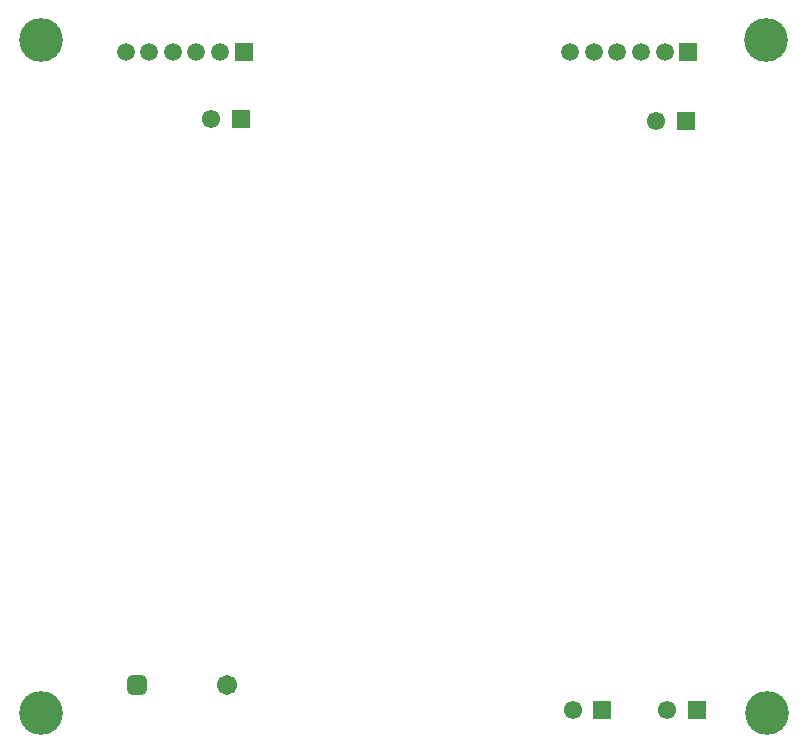
<source format=gbs>
G04*
G04 #@! TF.GenerationSoftware,Altium Limited,Altium Designer,22.9.1 (49)*
G04*
G04 Layer_Color=16711935*
%FSTAX24Y24*%
%MOIN*%
G70*
G04*
G04 #@! TF.SameCoordinates,DC5806C5-9D72-4097-8AC5-96CD70471510*
G04*
G04*
G04 #@! TF.FilePolarity,Negative*
G04*
G01*
G75*
%ADD35C,0.1460*%
%ADD36C,0.0610*%
%ADD37R,0.0610X0.0610*%
%ADD38C,0.0592*%
%ADD39R,0.0592X0.0592*%
G04:AMPARAMS|DCode=40|XSize=67.1mil|YSize=67.1mil|CornerRadius=18.8mil|HoleSize=0mil|Usage=FLASHONLY|Rotation=0.000|XOffset=0mil|YOffset=0mil|HoleType=Round|Shape=RoundedRectangle|*
%AMROUNDEDRECTD40*
21,1,0.0671,0.0295,0,0,0.0*
21,1,0.0295,0.0671,0,0,0.0*
1,1,0.0375,0.0148,-0.0148*
1,1,0.0375,-0.0148,-0.0148*
1,1,0.0375,-0.0148,0.0148*
1,1,0.0375,0.0148,0.0148*
%
%ADD40ROUNDEDRECTD40*%
%ADD41C,0.0671*%
D35*
X02505Y02345D02*
D03*
X0009Y001D02*
D03*
Y02345D02*
D03*
X0251Y001D02*
D03*
D36*
X021766Y0011D02*
D03*
X018616D02*
D03*
X006566Y0208D02*
D03*
X0214Y02075D02*
D03*
D37*
X02275Y0011D02*
D03*
X0196D02*
D03*
X00755Y0208D02*
D03*
X022384Y02075D02*
D03*
D38*
X018532Y02305D02*
D03*
X019319D02*
D03*
X020894D02*
D03*
X021681D02*
D03*
X020106D02*
D03*
X003713D02*
D03*
X0045D02*
D03*
X006075D02*
D03*
X006863D02*
D03*
X005288D02*
D03*
D39*
X022469D02*
D03*
X00765D02*
D03*
D40*
X0041Y00195D02*
D03*
D41*
X0071D02*
D03*
M02*

</source>
